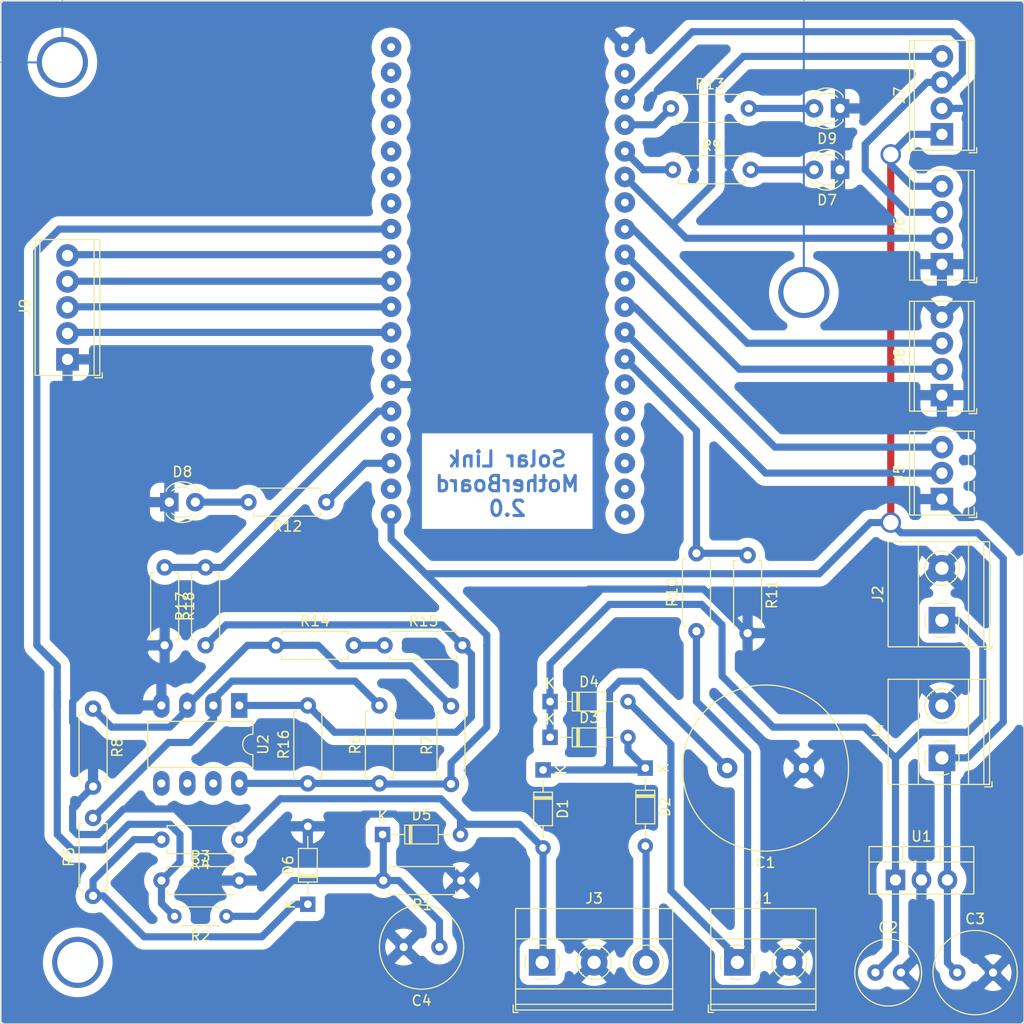
<source format=kicad_pcb>
(kicad_pcb (version 20221018) (generator pcbnew)
  (layers (0 "F.Cu" signal) (31 "B.Cu" signal) (34 "B.Paste" user) (35 "F.Paste" user) (36 "B.SilkS" user "B.Silkscreen") (37 "F.SilkS" user "F.Silkscreen") (38 "B.Mask" user) (39 "F.Mask" user) (44 "Edge.Cuts" user))
  (net 0 "")
  (net 1 "Bat 2")
  (net 2 "Net-(D1-K)")
  (net 3 "Fuente 12v")
  (net 4 "Fuente 5v")
  (net 5 "Net-(D5-K)")
  (net 6 "Trans 1")
  (net 7 "Bat 1")
  (net 8 "Trans 2")
  (net 9 "Net-(D6-K)")
  (net 10 "Net-(D7-A)")
  (net 11 "Net-(D8-A)")
  (net 12 "Net-(D9-A)")
  (net 18 "ESP9, I{slash}O")
  (net 19 "ESP11 I{slash}O")
  (net 20 "ESP1, ADC")
  (net 21 "ESP15")
  (net 22 "ESP14")
  (net 23 "ESP13")
  (net 24 "ESP12")
  (net 26 "ESP2")
  (net 28 "ESP10 I{slash}O")
  (net 31 "ESP6, SCL")
  (net 32 "ESP5, SDA")
  (net 34 "ESP4, I{slash}O")
  (net 35 "ESP3, I{slash}O")
  (net 37 "ESP8, Tx")
  (net 38 "ESP7, Rx")
  (net 39 "ESP 12, ADC")
  (net 46 "Net-(U2--)")
  (net 47 "Net-(U2-+)")
  (net 48 "Net-(R14-Pad2)")
  (net 51 "Net-(R15-Pad2)")
  (footprint "Capacitor_THT:C_Radial_D16.0mm_H25.0mm_P7.50mm" (layer "F.Cu") (at 220.5 128 180)
    (fp_text reference "C1" (at 3.75 -9.25) (layer "F.SilkS"))
    (fp_text value "2200uF")
    (pad "1" thru_hole circle (at 0 0 180) (size 2 2) (drill 1) (layers "*.Cu" "*.Mask") (net 1 "Bat 2"))
    (pad "2" thru_hole circle (at 7.5 0 180) (size 2 2) (drill 1) (layers "*.Cu" "*.Mask") (net 2 "Net-(D1-K)"))
  )
  (footprint "TerminalBlock_Phoenix:TerminalBlock_Phoenix_MPT-0,5-5-2.54_1x05_P2.54mm_Horizontal" (layer "F.Cu") (at 148.5 88.04 90)
    (fp_text reference "J9" (at 5.08 -4.16 90) (layer "F.SilkS"))
    (fp_text value "Auxiliares")
    (pad "1" thru_hole rect (at 0 0 90) (size 2.2 2.2) (drill 1.1) (layers "*.Cu" "*.Mask") (net 1 "Bat 2"))
    (pad "2" thru_hole circle (at 2.54 0 90) (size 2.2 2.2) (drill 1.1) (layers "*.Cu" "*.Mask") (net 24 "ESP12"))
    (pad "3" thru_hole circle (at 5.08 0 90) (size 2.2 2.2) (drill 1.1) (layers "*.Cu" "*.Mask") (net 23 "ESP13"))
    (pad "4" thru_hole circle (at 7.62 0 90) (size 2.2 2.2) (drill 1.1) (layers "*.Cu" "*.Mask") (net 22 "ESP14"))
    (pad "5" thru_hole circle (at 10.16 0 90) (size 2.2 2.2) (drill 1.1) (layers "*.Cu" "*.Mask") (net 21 "ESP15"))
  )
  (footprint "Resistor_THT:R_Axial_DIN0207_L6.3mm_D2.5mm_P7.62mm_Horizontal" (layer "F.Cu") (at 179.5 116)
    (fp_text reference "R15" (at 3.81 -2.37) (layer "F.SilkS"))
    (fp_text value "10M")
    (pad "1" thru_hole circle (at 0 0) (size 1.6 1.6) (drill 0.8) (layers "*.Cu" "*.Mask") (net 48 "Net-(R14-Pad2)"))
    (pad "2" thru_hole oval (at 7.62 0) (size 1.6 1.6) (drill 0.8) (layers "*.Cu" "*.Mask") (net 51 "Net-(R15-Pad2)"))
  )
  (footprint "Resistor_THT:R_Axial_DIN0207_L6.3mm_D2.5mm_P7.62mm_Horizontal" (layer "F.Cu") (at 151 122.19 -90)
    (fp_text reference "R8" (at 3.81 -2.37 90) (layer "F.SilkS"))
    (fp_text value "10k")
    (pad "1" thru_hole circle (at 0 0 270) (size 1.6 1.6) (drill 0.8) (layers "*.Cu" "*.Mask") (net 47 "Net-(U2-+)"))
    (pad "2" thru_hole oval (at 7.62 0 270) (size 1.6 1.6) (drill 0.8) (layers "*.Cu" "*.Mask") (net 1 "Bat 2"))
  )
  (footprint "Diode_THT:D_DO-34_SOD68_P7.62mm_Horizontal" (layer "F.Cu") (at 205 128 -90)
    (fp_text reference "D2" (at 3.81 -1.92 90) (layer "F.SilkS"))
    (fp_text value "D")
    (fp_text user "K" (at 0 -1.75 90) (layer "F.SilkS"))
    (pad "1" thru_hole rect (at 0 0 270) (size 1.5 1.5) (drill 0.75) (layers "*.Cu" "*.Mask") (net 2 "Net-(D1-K)"))
    (pad "2" thru_hole oval (at 7.62 0 270) (size 1.5 1.5) (drill 0.75) (layers "*.Cu" "*.Mask") (net 8 "Trans 2"))
  )
  (footprint "Resistor_THT:R_Axial_DIN0207_L6.3mm_D2.5mm_P7.62mm_Horizontal" (layer "F.Cu") (at 158 108.38 -90)
    (fp_text reference "R18" (at 3.81 -2.37 90) (layer "F.SilkS"))
    (fp_text value "150k")
    (pad "1" thru_hole circle (at 0 0 270) (size 1.6 1.6) (drill 0.8) (layers "*.Cu" "*.Mask") (net 26 "ESP2"))
    (pad "2" thru_hole oval (at 7.62 0 270) (size 1.6 1.6) (drill 0.8) (layers "*.Cu" "*.Mask") (net 1 "Bat 2"))
  )
  (footprint "LED_THT:LED_D3.0mm" (layer "F.Cu") (at 224.04 63.5 180)
    (fp_text reference "D9" (at 1.27 -2.96) (layer "F.SilkS"))
    (fp_text value "Verde")
    (pad "1" thru_hole rect (at 0 0 180) (size 1.8 1.8) (drill 0.9) (layers "*.Cu" "*.Mask") (net 1 "Bat 2"))
    (pad "2" thru_hole circle (at 2.54 0 180) (size 1.8 1.8) (drill 0.9) (layers "*.Cu" "*.Mask") (net 12 "Net-(D9-A)"))
  )
  (footprint "Resistor_THT:R_Axial_DIN0207_L6.3mm_D2.5mm_P7.62mm_Horizontal" (layer "F.Cu") (at 179 129.5 90)
    (fp_text reference "R6" (at 3.81 -2.37 90) (layer "F.SilkS"))
    (fp_text value "100k")
    (pad "1" thru_hole circle (at 0 0 90) (size 1.6 1.6) (drill 0.8) (layers "*.Cu" "*.Mask") (net 4 "Fuente 5v"))
    (pad "2" thru_hole oval (at 7.62 0 90) (size 1.6 1.6) (drill 0.8) (layers "*.Cu" "*.Mask") (net 46 "Net-(U2--)"))
  )
  (footprint "Package_DIP:DIP-8_W7.62mm_LongPads" (layer "F.Cu") (at 165.3 121.88 -90)
    (fp_text reference "U2" (at 3.81 -2.33 90) (layer "F.SilkS"))
    (fp_text value "AD8603")
    (pad "1" thru_hole rect (at 0 0 270) (size 2.4 1.6) (drill 0.8) (layers "*.Cu" "*.Mask") (net 51 "Net-(R15-Pad2)"))
    (pad "2" thru_hole oval (at 0 2.54 270) (size 2.4 1.6) (drill 0.8) (layers "*.Cu" "*.Mask") (net 46 "Net-(U2--)"))
    (pad "3" thru_hole oval (at 0 5.08 270) (size 2.4 1.6) (drill 0.8) (layers "*.Cu" "*.Mask") (net 47 "Net-(U2-+)"))
    (pad "4" thru_hole oval (at 0 7.62 270) (size 2.4 1.6) (drill 0.8) (layers "*.Cu" "*.Mask") (net 1 "Bat 2"))
    (pad "5" thru_hole oval (at 7.62 7.62 270) (size 2.4 1.6) (drill 0.8) (layers "*.Cu" "*.Mask"))
    (pad "6" thru_hole oval (at 7.62 5.08 270) (size 2.4 1.6) (drill 0.8) (layers "*.Cu" "*.Mask"))
    (pad "7" thru_hole oval (at 7.62 2.54 270) (size 2.4 1.6) (drill 0.8) (layers "*.Cu" "*.Mask"))
    (pad "8" thru_hole oval (at 7.62 0 270) (size 2.4 1.6) (drill 0.8) (layers "*.Cu" "*.Mask") (net 4 "Fuente 5v"))
  )
  (footprint "Package_TO_SOT_THT:TO-220-3_Vertical" (layer "F.Cu") (at 229.46 138.945)
    (fp_text reference "U1" (at 2.54 -4.27) (layer "F.SilkS"))
    (fp_text value "LM7805_TO220")
    (pad "1" thru_hole rect (at 0 0) (size 1.905 2) (drill 1.1) (layers "*.Cu" "*.Mask") (net 3 "Fuente 12v"))
    (pad "2" thru_hole oval (at 2.54 0) (size 1.905 2) (drill 1.1) (layers "*.Cu" "*.Mask") (net 1 "Bat 2"))
    (pad "3" thru_hole oval (at 5.08 0) (size 1.905 2) (drill 1.1) (layers "*.Cu" "*.Mask") (net 4 "Fuente 5v"))
  )
  (footprint "TerminalBlock_Phoenix:TerminalBlock_Phoenix_MPT-0,5-4-2.54_1x04_P2.54mm_Horizontal" (layer "F.Cu") (at 234 78.735 90)
    (fp_text reference "J6" (at 3.81 -4.16 90) (layer "F.SilkS"))
    (fp_text value "LCD")
    (pad "1" thru_hole rect (at 0 0 90) (size 2.2 2.2) (drill 1.1) (layers "*.Cu" "*.Mask") (net 1 "Bat 2"))
    (pad "2" thru_hole circle (at 2.54 0 90) (size 2.2 2.2) (drill 1.1) (layers "*.Cu" "*.Mask") (net 32 "ESP5, SDA"))
    (pad "3" thru_hole circle (at 5.08 0 90) (size 2.2 2.2) (drill 1.1) (layers "*.Cu" "*.Mask") (net 31 "ESP6, SCL"))
    (pad "4" thru_hole circle (at 7.62 0 90) (size 2.2 2.2) (drill 1.1) (layers "*.Cu" "*.Mask") (net 4 "Fuente 5v"))
  )
  (footprint "Diode_THT:D_DO-34_SOD68_P7.62mm_Horizontal" (layer "F.Cu") (at 179.305 134.5)
    (fp_text reference "D5" (at 3.81 -1.92) (layer "F.SilkS"))
    (fp_text value "D")
    (fp_text user "K" (at 0 -1.75) (layer "F.SilkS"))
    (pad "1" thru_hole rect (at 0 0) (size 1.5 1.5) (drill 0.75) (layers "*.Cu" "*.Mask") (net 5 "Net-(D5-K)"))
    (pad "2" thru_hole oval (at 7.62 0) (size 1.5 1.5) (drill 0.75) (layers "*.Cu" "*.Mask") (net 6 "Trans 1"))
  )
  (footprint "Resistor_THT:R_Axial_DIN0207_L6.3mm_D2.5mm_P7.62mm_Horizontal" (layer "F.Cu") (at 207.69 69.5)
    (fp_text reference "R9" (at 3.81 -2.37) (layer "F.SilkS"))
    (fp_text value "220")
    (pad "1" thru_hole circle (at 0 0) (size 1.6 1.6) (drill 0.8) (layers "*.Cu" "*.Mask") (net 18 "ESP9, I{slash}O"))
    (pad "2" thru_hole oval (at 7.62 0) (size 1.6 1.6) (drill 0.8) (layers "*.Cu" "*.Mask") (net 10 "Net-(D7-A)"))
  )
  (footprint "Resistor_THT:R_Axial_DIN0207_L6.3mm_D2.5mm_P7.62mm_Horizontal" (layer "F.Cu") (at 157.69 139)
    (fp_text reference "R3" (at 3.81 -2.37) (layer "F.SilkS"))
    (fp_text value "10k")
    (pad "1" thru_hole circle (at 0 0) (size 1.6 1.6) (drill 0.8) (layers "*.Cu" "*.Mask") (net 20 "ESP1, ADC"))
    (pad "2" thru_hole oval (at 7.62 0) (size 1.6 1.6) (drill 0.8) (layers "*.Cu" "*.Mask") (net 1 "Bat 2"))
  )
  (footprint "Resistor_THT:R_Axial_DIN0207_L6.3mm_D2.5mm_P7.62mm_Horizontal" (layer "F.Cu") (at 162 116 90)
    (fp_text reference "R17" (at 3.81 -2.37 90) (layer "F.SilkS"))
    (fp_text value "100k")
    (pad "1" thru_hole circle (at 0 0 90) (size 1.6 1.6) (drill 0.8) (layers "*.Cu" "*.Mask") (net 51 "Net-(R15-Pad2)"))
    (pad "2" thru_hole oval (at 7.62 0 90) (size 1.6 1.6) (drill 0.8) (layers "*.Cu" "*.Mask") (net 26 "ESP2"))
  )
  (footprint "TerminalBlock_Phoenix:TerminalBlock_Phoenix_MKDS-1,5-2-5.08_1x02_P5.08mm_Horizontal" (layer "F.Cu") (at 214 147)
    (fp_text reference "J1" (at 2.54 -6.26) (layer "F.SilkS"))
    (fp_text value "Bateria")
    (pad "1" thru_hole rect (at 0 0) (size 2.6 2.6) (drill 1.3) (layers "*.Cu" "*.Mask") (net 7 "Bat 1"))
    (pad "2" thru_hole circle (at 5.08 0) (size 2.6 2.6) (drill 1.3) (layers "*.Cu" "*.Mask") (net 1 "Bat 2"))
  )
  (footprint "TerminalBlock_Phoenix:TerminalBlock_Phoenix_MKDS-1,5-2-5.08_1x02_P5.08mm_Horizontal" (layer "F.Cu") (at 234 127 90)
    (fp_text reference "J4" (at 2.54 -6.26 90) (layer "F.SilkS"))
    (fp_text value "Salida 5v")
    (pad "1" thru_hole rect (at 0 0 90) (size 2.6 2.6) (drill 1.3) (layers "*.Cu" "*.Mask") (net 4 "Fuente 5v"))
    (pad "2" thru_hole circle (at 5.08 0 90) (size 2.6 2.6) (drill 1.3) (layers "*.Cu" "*.Mask") (net 1 "Bat 2"))
  )
  (footprint "Resistor_THT:R_Axial_DIN0207_L6.3mm_D2.5mm_P7.62mm_Horizontal" (layer "F.Cu") (at 207.5 63.5)
    (fp_text reference "R13" (at 3.81 -2.37) (layer "F.SilkS"))
    (fp_text value "220")
    (pad "1" thru_hole circle (at 0 0) (size 1.6 1.6) (drill 0.8) (layers "*.Cu" "*.Mask") (net 19 "ESP11 I{slash}O"))
    (pad "2" thru_hole oval (at 7.62 0) (size 1.6 1.6) (drill 0.8) (layers "*.Cu" "*.Mask") (net 12 "Net-(D9-A)"))
  )
  (footprint "Resistor_THT:R_Axial_DIN0207_L6.3mm_D2.5mm_P7.62mm_Horizontal" (layer "F.Cu") (at 172 129.5 90)
    (fp_text reference "R16" (at 3.81 -2.37 90) (layer "F.SilkS"))
    (fp_text value "5,1k")
    (pad "1" thru_hole circle (at 0 0 90) (size 1.6 1.6) (drill 0.8) (layers "*.Cu" "*.Mask") (net 4 "Fuente 5v"))
    (pad "2" thru_hole oval (at 7.62 0 90) (size 1.6 1.6) (drill 0.8) (layers "*.Cu" "*.Mask") (net 51 "Net-(R15-Pad2)"))
  )
  (footprint "Resistor_THT:R_Axial_DIN0207_L6.3mm_D2.5mm_P7.62mm_Horizontal" (layer "F.Cu") (at 186 129.56 90)
    (fp_text reference "R7" (at 3.81 -2.37 90) (layer "F.SilkS"))
    (fp_text value "100k")
    (pad "1" thru_hole circle (at 0 0 90) (size 1.6 1.6) (drill 0.8) (layers "*.Cu" "*.Mask") (net 4 "Fuente 5v"))
    (pad "2" thru_hole oval (at 7.62 0 90) (size 1.6 1.6) (drill 0.8) (layers "*.Cu" "*.Mask") (net 47 "Net-(U2-+)"))
  )
  (footprint "Diode_THT:D_DO-34_SOD68_P7.62mm_Horizontal" (layer "F.Cu") (at 195.685 125)
    (fp_text reference "D3" (at 3.81 -1.92) (layer "F.SilkS"))
    (fp_text value "D")
    (fp_text user "K" (at 0 -1.75) (layer "F.SilkS"))
    (pad "1" thru_hole rect (at 0 0) (size 1.5 1.5) (drill 0.75) (layers "*.Cu" "*.Mask") (net 3 "Fuente 12v"))
    (pad "2" thru_hole oval (at 7.62 0) (size 1.5 1.5) (drill 0.75) (layers "*.Cu" "*.Mask") (net 2 "Net-(D1-K)"))
  )
  (footprint "Diode_THT:D_DO-34_SOD68_P7.62mm_Horizontal" (layer "F.Cu") (at 172 141.315 90)
    (fp_text reference "D6" (at 3.81 -1.92 90) (layer "F.SilkS"))
    (fp_text value "1N914")
    (fp_text user "K" (at 0 -1.75 90) (layer "F.SilkS"))
    (pad "1" thru_hole rect (at 0 0 90) (size 1.5 1.5) (drill 0.75) (layers "*.Cu" "*.Mask") (net 9 "Net-(D6-K)"))
    (pad "2" thru_hole oval (at 7.62 0 90) (size 1.5 1.5) (drill 0.75) (layers "*.Cu" "*.Mask") (net 1 "Bat 2"))
  )
  (footprint "Resistor_THT:R_Axial_DIN0207_L6.3mm_D2.5mm_P7.62mm_Horizontal" (layer "F.Cu") (at 151 140.5 90)
    (fp_text reference "R5" (at 3.81 -2.37 90) (layer "F.SilkS"))
    (fp_text value "5,1k")
    (pad "1" thru_hole circle (at 0 0 90) (size 1.6 1.6) (drill 0.8) (layers "*.Cu" "*.Mask") (net 9 "Net-(D6-K)"))
    (pad "2" thru_hole oval (at 7.62 0 90) (size 1.6 1.6) (drill 0.8) (layers "*.Cu" "*.Mask") (net 46 "Net-(U2--)"))
  )
  (footprint "Resistor_THT:R_Axial_DIN0207_L6.3mm_D2.5mm_P7.62mm_Horizontal" (layer "F.Cu") (at 168.88 116)
    (fp_text reference "R14" (at 3.81 -2.37) (layer "F.SilkS"))
    (fp_text value "10M")
    (pad "1" thru_hole circle (at 0 0) (size 1.6 1.6) (drill 0.8) (layers "*.Cu" "*.Mask") (net 47 "Net-(U2-+)"))
    (pad "2" thru_hole oval (at 7.62 0) (size 1.6 1.6) (drill 0.8) (layers "*.Cu" "*.Mask") (net 48 "Net-(R14-Pad2)"))
  )
  (footprint "TerminalBlock_Phoenix:TerminalBlock_Phoenix_MPT-0,5-3-2.54_1x03_P2.54mm_Horizontal" (layer "F.Cu") (at 234 101.7 90)
    (fp_text reference "J5" (at 2.54 -4.16 90) (layer "F.SilkS"))
    (fp_text value "Raspberry Pi")
    (pad "" np_thru_hole circle (at 0 2.54 90) (size 1.1 1.1) (drill 1.1) (layers "*.Cu" "*.Mask"))
    (pad "" np_thru_hole circle (at 2.54 2.54 90) (size 1.1 1.1) (drill 1.1) (layers "*.Cu" "*.Mask"))
    (pad "" np_thru_hole circle (at 5.08 2.54 90) (size 1.1 1.1) (drill 1.1) (layers "*.Cu" "*.Mask"))
    (pad "1" thru_hole rect (at 0 0 90) (size 2.2 2.2) (drill 1.1) (layers "*.Cu" "*.Mask") (net 1 "Bat 2"))
    (pad "2" thru_hole circle (at 2.54 0 90) (size 2.2 2.2) (drill 1.1) (layers "*.Cu" "*.Mask") (net 38 "ESP7, Rx"))
    (pad "3" thru_hole circle (at 5.08 0 90) (size 2.2 2.2) (drill 1.1) (layers "*.Cu" "*.Mask") (net 37 "ESP8, Tx"))
  )
  (footprint "Capacitor_THT:C_Radial_D8.0mm_H11.5mm_P3.50mm" (layer "F.Cu") (at 235.5 148)
    (fp_text reference "C3" (at 1.75 -5.25) (layer "F.SilkS"))
    (fp_text value "100u")
    (pad "1" thru_hole circle (at 0 0) (size 1.6 1.6) (drill 0.8) (layers "*.Cu" "*.Mask") (net 4 "Fuente 5v"))
    (pad "2" thru_hole circle (at 3.5 0) (size 1.6 1.6) (drill 0.8) (layers "*.Cu" "*.Mask") (net 1 "Bat 2"))
  )
  (footprint "Resistor_THT:R_Axial_DIN0207_L6.3mm_D2.5mm_P7.62mm_Horizontal" (layer "F.Cu") (at 187 139 180)
    (fp_text reference "R1" (at 3.81 -2.37) (layer "F.SilkS"))
    (fp_text value "10k")
    (pad "1" thru_hole circle (at 0 0 180) (size 1.6 1.6) (drill 0.8) (layers "*.Cu" "*.Mask") (net 1 "Bat 2"))
    (pad "2" thru_hole oval (at 7.62 0 180) (size 1.6 1.6) (drill 0.8) (layers "*.Cu" "*.Mask") (net 5 "Net-(D5-K)"))
  )
  (footprint "TerminalBlock_Phoenix:TerminalBlock_Phoenix_MKDS-1,5-3-5.08_1x03_P5.08mm_Horizontal" (layer "F.Cu") (at 194.915 147)
    (fp_text reference "J3" (at 5.08 -6.26) (layer "F.SilkS"))
    (fp_text value "Transformador")
    (pad "1" thru_hole rect (at 0 0) (size 2.6 2.6) (drill 1.3) (layers "*.Cu" "*.Mask") (net 6 "Trans 1"))
    (pad "2" thru_hole circle (at 5.08 0) (size 2.6 2.6) (drill 1.3) (layers "*.Cu" "*.Mask") (net 1 "Bat 2"))
    (pad "3" thru_hole circle (at 10.16 0) (size 2.6 2.6) (drill 1.3) (layers "*.Cu" "*.Mask") (net 8 "Trans 2"))
  )
  (footprint "TerminalBlock_Phoenix:TerminalBlock_Phoenix_MPT-0,5-4-2.54_1x04_P2.54mm_Horizontal" (layer "F.Cu") (at 234 91.54 90)
    (fp_text reference "J8" (at 3.81 -4.16 90) (layer "F.SilkS"))
    (fp_text value "Conmutacion")
    (pad "1" thru_hole rect locked (at 0 0 90) (size 2.2 2.2) (drill 1.1) (layers "*.Cu" "*.Mask") (net 1 "Bat 2"))
    (pad "2" thru_hole circle locked (at 2.54 0 90) (size 2.2 2.2) (drill 1.1) (layers "*.Cu" "*.Mask") (net 35 "ESP3, I{slash}O"))
    (pad "3" thru_hole circle locked (at 5.08 0 90) (size 2.2 2.2) (drill 1.1) (layers "*.Cu" "*.Mask") (net 34 "ESP4, I{slash}O"))
    (pad "4" thru_hole circle locked (at 7.62 0 90) (size 2.2 2.2) (drill 1.1) (layers "*.Cu" "*.Mask") (net 1 "Bat 2"))
  )
  (footprint "Resistor_THT:R_Axial_DIN0207_L6.3mm_D2.5mm_P7.62mm_Horizontal" (layer "F.Cu") (at 173.81 102 180)
    (fp_text reference "R12" (at 3.81 -2.37) (layer "F.SilkS"))
    (fp_text value "220")
    (pad "1" thru_hole circle (at 0 0 180) (size 1.6 1.6) (drill 0.8) (layers "*.Cu" "*.Mask") (net 28 "ESP10 I{slash}O"))
    (pad "2" thru_hole oval (at 7.62 0 180) (size 1.6 1.6) (drill 0.8) (layers "*.Cu" "*.Mask") (net 11 "Net-(D8-A)"))
  )
  (footprint "Resistor_THT:R_Axial_DIN0204_L3.6mm_D1.6mm_P5.08mm_Horizontal" (layer "F.Cu") (at 164.04 142.5 180)
    (fp_text reference "R2" (at 2.54 -1.92) (layer "F.SilkS"))
    (fp_text value "220k")
    (pad "1" thru_hole circle (at 0 0 180) (size 1.4 1.4) (drill 0.7) (layers "*.Cu" "*.Mask") (net 5 "Net-(D5-K)"))
    (pad "2" thru_hole oval (at 5.08 0 180) (size 1.4 1.4) (drill 0.7) (layers "*.Cu" "*.Mask") (net 20 "ESP1, ADC"))
  )
  (footprint "Capacitor_THT:C_Radial_D8.0mm_H11.5mm_P3.50mm" (layer "F.Cu") (at 184.87 145.5 180)
    (fp_text reference "C4" (at 1.75 -5.25) (layer "F.SilkS"))
    (fp_text value "100u")
    (pad "1" thru_hole circle (at 0 0 180) (size 1.6 1.6) (drill 0.8) (layers "*.Cu" "*.Mask") (net 5 "Net-(D5-K)"))
    (pad "2" thru_hole circle (at 3.5 0 180) (size 1.6 1.6) (drill 0.8) (layers "*.Cu" "*.Mask") (net 1 "Bat 2"))
  )
  (footprint "Resistor_THT:R_Axial_DIN0207_L6.3mm_D2.5mm_P7.62mm_Horizontal" (layer "F.Cu") (at 165.31 135 180)
    (fp_text reference "R4" (at 3.81 -2.37) (layer "F.SilkS"))
    (fp_text value "5,1k")
    (pad "1" thru_hole circle (at 0 0 180) (size 1.6 1.6) (drill 0.8) (layers "*.Cu" "*.Mask") (net 6 "Trans 1"))
    (pad "2" thru_hole oval (at 7.62 0 180) (size 1.6 1.6) (drill 0.8) (layers "*.Cu" "*.Mask") (net 9 "Net-(D6-K)"))
  )
  (footprint "TerminalBlock_Phoenix:TerminalBlock_Phoenix_MPT-0,5-4-2.54_1x04_P2.54mm_Horizontal" (layer "F.Cu") (at 234 66.035 90)
    (fp_text reference "J7" (at 3.81 -4.16 90) (layer "F.SilkS"))
    (fp_text value "Corriente")
    (pad "1" thru_hole rect (at 0 0 90) (size 2.2 2.2) (drill 1.1) (layers "*.Cu" "*.Mask") (net 4 "Fuente 5v"))
    (pad "2" thru_hole circle (at 2.54 0 90) (size 2.2 2.2) (drill 1.1) (layers "*.Cu" "*.Mask") (net 1 "Bat 2"))
    (pad "3" thru_hole circle (at 5.08 0 90) (size 2.2 2.2) (drill 1.1) (layers "*.Cu" "*.Mask") (net 31 "ESP6, SCL"))
    (pad "4" thru_hole circle (at 7.62 0 90) (size 2.2 2.2) (drill 1.1) (layers "*.Cu" "*.Mask") (net 32 "ESP5, SDA"))
  )
  (footprint "LED_THT:LED_D3.0mm" (layer "F.Cu") (at 158.46 102)
    (fp_text reference "D8" (at 1.27 -2.96) (layer "F.SilkS"))
    (fp_text value "Ama")
    (pad "1" thru_hole rect (at 0 0) (size 1.8 1.8) (drill 0.9) (layers "*.Cu" "*.Mask") (net 1 "Bat 2"))
    (pad "2" thru_hole circle (at 2.54 0) (size 1.8 1.8) (drill 0.9) (layers "*.Cu" "*.Mask") (net 11 "Net-(D8-A)"))
  )
  (footprint "Capacitor_THT:C_Radial_D6.3mm_H11.0mm_P2.50mm" (layer "F.Cu") (at 227.5 148)
    (fp_text reference "C2" (at 1.25 -4.4) (layer "F.SilkS"))
    (fp_text value "10u")
    (pad "1" thru_hole circle (at 0 0) (size 1.6 1.6) (drill 0.8) (layers "*.Cu" "*.Mask") (net 3 "Fuente 12v"))
    (pad "2" thru_hole circle (at 2.5 0) (size 1.6 1.6) (drill 0.8) (layers "*.Cu" "*.Mask") (net 1 "Bat 2"))
  )
  (footprint "Diode_THT:D_DO-34_SOD68_P7.62mm_Horizontal" (layer "F.Cu") (at 195.685 121.5)
    (fp_text reference "D4" (at 3.81 -1.92) (layer "F.SilkS"))
    (fp_text value "D")
    (fp_text user "K" (at 0 -1.75) (layer "F.SilkS"))
    (pad "1" thru_hole rect (at 0 0) (size 1.5 1.5) (drill 0.75) (layers "*.Cu" "*.Mask") (net 3 "Fuente 12v"))
    (pad "2" thru_hole oval (at 7.62 0) (size 1.5 1.5) (drill 0.75) (layers "*.Cu" "*.Mask") (net 7 "Bat 1"))
  )
  (footprint "TerminalBlock_Phoenix:TerminalBlock_Phoenix_MKDS-1,5-2-5.08_1x02_P5.08mm_Horizontal" (layer "F.Cu") (at 234 113.545 90)
    (fp_text reference "J2" (at 2.54 -6.26 90) (layer "F.SilkS"))
    (fp_text value "Salida 12V")
    (pad "1" thru_hole rect (at 0 0 90) (size 2.6 2.6) (drill 1.3) (layers "*.Cu" "*.Mask") (net 3 "Fuente 12v"))
    (pad "2" thru_hole circle (at 5.08 0 90) (size 2.6 2.6) (drill 1.3) (layers "*.Cu" "*.Mask") (net 1 "Bat 2"))
  )
  (footprint "Resistor_THT:R_Axial_DIN0207_L6.3mm_D2.5mm_P7.62mm_Horizontal" (layer "F.Cu") (at 210 114.62 90)
    (fp_text reference "R10" (at 3.81 -2.37 90) (layer "F.SilkS"))
    (fp_text value "100k")
    (pad "1" thru_hole circle (at 0 0 90) (size 1.6 1.6) (drill 0.8) (layers "*.Cu" "*.Mask") (net 7 "Bat 1"))
    (pad "2" thru_hole oval (at 7.62 0 90) (size 1.6 1.6) (drill 0.8) (layers "*.Cu" "*.Mask") (net 39 "ESP 12, ADC"))
  )
  (footprint "LED_THT:LED_D3.0mm" (layer "F.Cu") (at 224.04 69.5 180)
    (fp_text reference "D7" (at 1.27 -2.96) (layer "F.SilkS"))
    (fp_text value "Azul")
    (pad "1" thru_hole rect (at 0 0 180) (size 1.8 1.8) (drill 0.9) (layers "*.Cu" "*.Mask") (net 1 "Bat 2"))
    (pad "2" thru_hole circle (at 2.54 0 180) (size 1.8 1.8) (drill 0.9) (layers "*.Cu" "*.Mask") (net 10 "Net-(D7-A)"))
  )
  (footprint "Diode_THT:D_DO-34_SOD68_P7.62mm_Horizontal" (layer "F.Cu") (at 195 128.185 -90)
    (fp_text reference "D1" (at 3.81 -1.92 90) (layer "F.SilkS"))
    (fp_text value "D")
    (fp_text user "K" (at 0 -1.75 90) (layer "F.SilkS"))
    (pad "1" thru_hole rect (at 0 0 270) (size 1.5 1.5) (drill 0.75) (layers "*.Cu" "*.Mask") (net 2 "Net-(D1-K)"))
    (pad "2" thru_hole oval (at 7.62 0 270) (size 1.5 1.5) (drill 0.75) (layers "*.Cu" "*.Mask") (net 6 "Trans 1"))
  )
  (footprint "ESP32NodeMcu:ESP32 NODEMCU" (layer "F.Cu") (at 180.14 57.5)
    (fp_text reference "ESP1" hide)
    (fp_text value "~" hide)
    (pad "1" thru_hole circle (at 0 0) (size 2 2) (drill 0.762) (layers "*.Cu" "*.Mask"))
    (pad "2" thru_hole circle (at 0 2.5) (size 2 2) (drill 0.762) (layers "*.Cu" "*.Mask"))
    (pad "3" thru_hole circle (at 0 5) (size 2 2) (drill 0.762) (layers "*.Cu" "*.Mask"))
    (pad "4" thru_hole circle (at 0 7.6) (size 2 2) (drill 0.762) (layers "*.Cu" "*.Mask"))
    (pad "5" thru_hole circle (at 0 10.2) (size 2 2) (drill 0.762) (layers "*.Cu" "*.Mask"))
    (pad "6" thru_hole circle (at 0 12.7) (size 2 2) (drill 0.762) (layers "*.Cu" "*.Mask"))
    (pad "7" thru_hole circle (at 0 15.3) (size 2 2) (drill 0.762) (layers "*.Cu" "*.Mask"))
    (pad "8" thru_hole circle (at 0 17.8) (size 2 2) (drill 0.762) (layers "*.Cu" "*.Mask") (net 20 "ESP1, ADC"))
    (pad "9" thru_hole circle (at 0 20.3) (size 2 2) (drill 0.762) (layers "*.Cu" "*.Mask") (net 21 "ESP15"))
    (pad "10" thru_hole circle (at 0 22.9) (size 2 2) (drill 0.762) (layers "*.Cu" "*.Mask") (net 22 "ESP14"))
    (pad "11" thru_hole circle (at 0 25.4) (size 2 2) (drill 0.762) (layers "*.Cu" "*.Mask") (net 23 "ESP13"))
    (pad "12" thru_hole circle (at 0 27.9) (size 2 2) (drill 0.762) (layers "*.Cu" "*.Mask") (net 24 "ESP12"))
    (pad "13" thru_hole circle (at 0 30.5) (size 2 2) (drill 0.762) (layers "*.Cu" "*.Mask"))
    (pad "14" thru_hole circle (at 0 33) (size 2 2) (drill 0.762) (layers "*.Cu" "*.Mask") (net 1 "Bat 2"))
    (pad "15" thru_hole circle (at 0 35.6) (size 2 2) (drill 0.762) (layers "*.Cu" "*.Mask") (net 26 "ESP2"))
    (pad "16" thru_hole circle (at 0 38.1) (size 2 2) (drill 0.762) (layers "*.Cu" "*.Mask"))
    (pad "17" thru_hole circle (at 0 40.7) (size 2 2) (drill 0.762) (layers "*.Cu" "*.Mask") (net 28 "ESP10 I{slash}O"))
    (pad "18" thru_hole circle (at 0 43.2) (size 2 2) (drill 0.762) (layers "*.Cu" "*.Mask"))
    (pad "19" thru_hole circle (at 0 45.7) (size 2 2) (drill 0.762) (layers "*.Cu" "*.Mask") (net 4 "Fuente 5v"))
    (pad "20" thru_hole circle (at 22.86 0) (size 2 2) (drill 0.762) (layers "*.Cu" "*.Mask") (net 1 "Bat 2"))
    (pad "21" thru_hole circle (at 22.86 2.6) (size 2 2) (drill 0.762) (layers "*.Cu" "*.Mask"))
    (pad "22" thru_hole circle (at 22.86 5.1) (size 2 2) (drill 0.762) (layers "*.Cu" "*.Mask") (net 31 "ESP6, SCL"))
    (pad "23" thru_hole circle (at 22.86 7.6) (size 2 2) (drill 0.762) (layers "*.Cu" "*.Mask") (net 19 "ESP11 I{slash}O"))
    (pad "24" thru_hole circle (at 22.86 10.2) (size 2 2) (drill 0.762) (layers "*.Cu" "*.Mask") (net 18 "ESP9, I{slash}O"))
    (pad "25" thru_hole circle (at 22.86 12.7) (size 2 2) (drill 0.762) (layers "*.Cu" "*.Mask") (net 32 "ESP5, SDA"))
    (pad "26" thru_hole circle (at 22.86 15.2) (size 2 2) (drill 0.762) (layers "*.Cu" "*.Mask"))
    (pad "27" thru_hole circle (at 22.86 17.8) (size 2 2) (drill 0.762) (layers "*.Cu" "*.Mask") (net 34 "ESP4, I{slash}O"))
    (pad "28" thru_hole circle (at 22.86 20.3) (size 2 2) (drill 0.762) (layers "*.Cu" "*.Mask") (net 35 "ESP3, I{slash}O"))
    (pad "29" thru_hole circle (at 22.86 22.9) (size 2 2) (drill 0.762) (layers "*.Cu" "*.Mask"))
    (pad "30" thru_hole circle (at 22.86 25.4) (size 2 2) (drill 0.762) (layers "*.Cu" "*.Mask") (net 37 "ESP8, Tx"))
    (pad "31" thru_hole circle (at 22.86 27.9) (size 2 2) (drill 0.762) (layers "*.Cu" "*.Mask") (net 38 "ESP7, Rx"))
    (pad "32" thru_hole circle (at 22.86 30.5) (size 2 2) (drill 0.762) (layers "*.Cu" "*.Mask") (net 39 "ESP 12, ADC"))
    (pad "33" thru_hole circle (at 22.86 33) (size 2 2) (drill 0.762) (layers "*.Cu" "*.Mask"))
    (pad "34" thru_hole circle (at 22.86 35.6) (size 2 2) (drill 0.762) (layers "*.Cu" "*.Mask"))
    (pad "35" thru_hole circle (at 22.86 38.1) (size 2 2) (drill 0.762) (layers "*.Cu" "*.Mask"))
    (pad "36" thru_hole circle (at 22.86 40.7) (size 2 2) (drill 0.762) (layers "*.Cu" "*.Mask"))
    (pad "37" thru_hole circle (at 22.86 43.2) (size 2 2) (drill 0.762) (layers "*.Cu" "*.Mask"))
    (pad "38" thru_hole circle (at 22.86 45.7) (size 2 2) (drill 0.762) (layers "*.Cu" "*.Mask"))
  )
  (footprint "Resistor_THT:R_Axial_DIN0207_L6.3mm_D2.5mm_P7.62mm_Horizontal" (layer "F.Cu") (at 215 107.19 -90)
    (fp_text reference "R11" (at 3.81 -2.37 90) (layer "F.SilkS"))
    (fp_text value "10k")
    (pad "1" thru_hole circle (at 0 0 270) (size 1.6 1.6) (drill 0.8) (layers "*.Cu" "*.Mask") (net 39 "ESP 12, ADC"))
    (pad "2" thru_hole oval (at 7.62 0 270) (size 1.6 1.6) (drill 0.8) (layers "*.Cu" "*.Mask") (net 1 "Bat 2"))
  )
  (gr_line (start 220.5 81.5) (end 220.5 53) (stroke (width 0.2)) (layer "B.Cu"))
  (gr_line (start 148 59) (end 148 53) (stroke (width 0.2)) (layer "B.Cu"))
  (gr_line (start 148 59) (end 142 59) (stroke (width 0.2)) (layer "B.Cu"))
  (gr_line (start 242 53) (end 142 53) (stroke (width 0.1)) (layer "Edge.Cuts"))
  (gr_line (start 142 53) (end 142 153) (stroke (width 0.1)) (layer "Edge.Cuts"))
  (gr_line (start 142 153) (end 242 153) (stroke (width 0.1)) (layer "Edge.Cuts"))
  (gr_line (start 242 153) (end 242 53) (stroke (width 0.1)) (layer "Edge.Cuts"))
  (gr_text "Solar Link\nMotherBoard\n2.0" (at 191.5 103.5) (layer "B.Cu") (effects (font (size 1.5 1.5) (thickness 0.3) bold) (justify bottom mirror)))
  (via (at 220.5 81.5) (size 5) (drill 4) (layers "F.Cu" "B.Cu") (net 0))
  (via (at 148 59) (size 5) (drill 4) (layers "F.Cu" "B.Cu") (net 0))
  (via (at 149.5 147) (size 5) (drill 4) (layers "F.Cu" "B.Cu") (net 0))
  (segment (start 238 91) (end 238 87.92) (width 0.7) (layer "B.Cu") (net 1))
  (segment (start 187 139) (end 189 141) (width 0.7) (layer "B.Cu") (net 1))
  (segment (start 189 141) (end 189 149) (width 0.7) (layer "B.Cu") (net 1))
  (segment (start 223.5 131) (end 220.5 128) (width 0.7) (layer "B.Cu") (net 1))
  (segment (start 219.08 147) (end 223.5 142.58) (width 0.7) (layer "B.Cu") (net 1))
  (segment (start 149 131.81) (end 149 134) (width 0.7) (layer "B.Cu") (net 1))
  (segment (start 238 56) (end 238 65) (width 0.7) (layer "B.Cu") (net 1))
  (segment (start 192.5 117.5) (end 199.5 110.5) (width 0.7) (layer "B.Cu") (net 1))
  (segment (start 237.505 63.495) (end 238 63.99) (width 0.7) (layer "B.Cu") (net 1))
  (segment (start 223.5 142.58) (end 223.5 131) (width 0.7) (layer "B.Cu") (net 1))
  (segment (start 233 148.5) (end 234.5 150) (width 0.7) (layer "B.Cu") (net 1))
  (segment (start 199.5 110.5) (end 210.69 110.5) (width 0.7) (layer "B.Cu") (net 1))
  (segment (start 196.995 150) (end 190 150) (width 0.7) (layer "B.Cu") (net 1))
  (segment (start 163 139) (end 165.31 139) (width 0.7) (layer "B.Cu") (net 1))
  (segment (start 237.46 91.54) (end 238 91) (width 0.7) (layer "B.Cu") (net 1))
  (segment (start 149 121.5) (end 150.5 120) (width 0.7) (layer "B.Cu") (net 1))
  (segment (start 157.68 121.88) (end 155.38 121.88) (width 0.7) (layer "B.Cu") (net 1))
  (segment (start 156.5 116) (end 154.5 118) (width 0.7) (layer "B.Cu") (net 1))
  (segment (start 177.5 132.5) (end 176.305 133.695) (width 0.7) (layer "B.Cu") (net 1))
  (segment (start 238 65) (end 238 75) (width 0.7) (layer "B.Cu") (net 1))
  (segment (start 234 101.7) (end 235.8 103.5) (width 0.7) (layer "B.Cu") (net 1))
  (segment (start 237 150) (end 239 148) (width 0.7) (layer "B.Cu") (net 1))
  (segment (start 148.5 96) (end 149.75 97.25) (width 0.7) (layer "B.Cu") (net 1))
  (segment (start 238 80) (end 238 79) (width 0.7) (layer "B.Cu") (net 1))
  (segment (start 154.5 102) (end 149.75 97.25) (width 0.7) (layer "B.Cu") (net 1))
  (segment (start 154.5 119) (end 154.5 118) (width 0.7) (layer "B.Cu") (net 1))
  (segment (start 216.08 150) (end 202.995 150) (width 0.7) (layer "B.Cu") (net 1))
  (segment (start 190 150) (end 189 150) (width 0.7) (layer "B.Cu") (net 1))
  (segment (start 154 132) (end 159 132) (width 0.7) (layer "B.Cu") (net 1))
  (segment (start 185.87 150) (end 181.37 145.5) (width 0.7) (layer "B.Cu") (net 1))
  (segment (start 155.38 121.88) (end 154.5 121) (width 0.7) (layer "B.Cu") (net 1))
  (segment (start 235.92 82) (end 236 82) (width 0.7) (layer "B.Cu") (net 1))
  (segment (start 226 114.81) (end 219.47 114.81) (width 0.7) (layer "B.Cu") (net 1))
  (segment (start 232 146) (end 233 147) (width 0.7) (layer "B.Cu") (net 1))
  (segment (start 189 149) (end 190 150) (width 0.7) (layer "B.Cu") (net 1))
  (segment (start 206 54.5) (end 236.5 54.5) (width 0.7) (layer "B.Cu") (net 1))
  (segment (start 154.5 102) (end 154.5 118) (width 0.7) (layer "B.Cu") (net 1))
  (segment (start 161 137) (end 163 139) (width 0.7) (layer "B.Cu") (net 1))
  (segment (start 199.995 147) (end 202 144.995) (width 0.7) (layer "B.Cu") (net 1))
  (segment (start 169.5 137) (end 167.5 139) (width 0.7) (layer "B.Cu") (net 1))
  (segment (start 235.8 103.5) (end 237 103.5) (width 0.7) (layer "B.Cu") (net 1))
  (segment (start 151 129.81) (end 151 125.5) (width 0.7) (layer "B.Cu") (net 1))
  (segment (start 238 102.5) (end 238 95.54) (width 0.7) (layer "B.Cu") (net 1))
  (segment (start 234 121.92) (end 226.89 114.81) (width 0.7) (layer "B.Cu") (net 1))
  (segment (start 159 132) (end 161 134) (width 0.7) (layer "B.Cu") (net 1))
  (segment (start 203 57.5) (end 206 54.5) (width 0.7) (layer "B.Cu") (net 1))
  (segment (start 169.5 134) (end 169.5 137) (width 0.7) (layer "B.Cu") (net 1))
  (segment (start 238 79) (end 238 75) (width 0.7) (layer "B.Cu") (net 1))
  (segment (start 238 95.54) (end 238 91) (width 0.7) (layer "B.Cu") (net 1))
  (segment (start 169.805 133.695) (end 169.5 134) (width 0.7) (layer "B.Cu") (net 1))
  (segment (start 202 144.995) (end 202 138.5) (width 0.7) (layer "B.Cu") (net 1))
  (segment (start 187 139) (end 180.5 132.5) (width 0.7) (layer "B.Cu") (net 1))
  (segment (start 192.5 129) (end 192.5 117.5) (width 0.7) (layer "B.Cu") (net 1))
  (segment (start 232 146) (end 230 148) (width 0.7) (layer "B.Cu") (net 1))
  (segment (start 189 150) (end 185.87 150) (width 0.7) (layer "B.Cu") (net 1))
  (segment (start 151.5 134.5) (end 154 132) (width 0.7) (layer "B.Cu") (net 1))
  (segment (start 151 129.81) (end 149 131.81) (width 0.7) (layer "B.Cu") (net 1))
  (segment (start 232 138.945) (end 232 146) (width 0.7) (layer "B.Cu") (net 1))
  (segment (start 237 103.5) (end 238 102.5) (width 0.7) (layer "B.Cu") (net 1))
  (segment (start 202 138.5) (end 192.5 129) (width 0.7) (layer "B.Cu") (net 1))
  (segment (start 222.08 150) (end 234.5 150) (width 0.7) (layer "B.Cu") (net 1))
  (segment (start 219.08 147) (end 222.08 150) (width 0.7) (layer "B.Cu") (net 1))
  (segment (start 215 114.81) (end 219.47 114.81) (width 0.7) (layer "B.Cu") (net 1))
  (segment (start 199.995 147) (end 196.995 150) (width 0.7) (layer "B.Cu") (net 1))
  (segment (start 238 87.92) (end 238 80) (width 0.7) (layer "B.Cu") (net 1))
  (segment (start 151 125.5) (end 149 123.5) (width 0.7) (layer "B.Cu") (net 1))
  (segment (start 148.5 88.04) (end 148.5 96) (width 0.7) (layer "B.Cu") (net 1))
  (segment (start 236 82) (end 238 80) (width 0.7) (layer "B.Cu") (net 1))
  (segment (start 149 134) (end 149.5 134.5) (width 0.7) (layer "B.Cu") (net 1))
  (segment (start 158 116) (end 156.5 116) (width 0.7) (layer "B.Cu") (net 1))
  (segment (start 233 147) (end 233 148.5) (width 0.7) (layer "B.Cu") (net 1))
  (segment (start 234 83.92) (end 235.92 82) (width 0.7) (layer "B.Cu") (net 1))
  (segment (start 238 63.99) (end 238 65) (width 0.7) (layer "B.Cu") (net 1))
  (segment (start 226.89 114.81) (end 226 114.81) (width 0.7) (layer "B.Cu") (net 1))
  (segment (start 176.305 133.695) (end 172 133.695) (width 0.7) (layer "B.Cu") (net 1))
  (segment (start 234 63.495) (end 237.505 63.495) (width 0.7) (layer "B.Cu") (net 1))
  (segment (start 180.14 90.5) (end 183.5 90.5) (width 0.7) (layer "B.Cu") (net 1))
  (segment (start 210.69 110.5) (end 215 114.81) (width 0.7) (layer "B.Cu") (net 1))
  (segment (start 202.995 150) (end 199.995 147) (width 0.7) (layer "B.Cu") (net 1))
  (segment (start 233.235 108.465) (end 226.89 114.81) (width 0.7) (layer "B.Cu") (net 1))
  (segment (start 161 134) (end 161 137) (width 0.7) (layer "B.Cu") (net 1))
  (segment (start 237.735 78.735) (end 238 79) (width 0.7) (layer "B.Cu") (net 1))
  (segment (start 234 78.735) (end 237.735 78.735) (width 0.7) (layer "B.Cu") (net 1))
  (segment (start 236.5 54.5) (end 238 56) (width 0.7) (layer "B.Cu") (net 1))
  (segment (start 172 133.695) (end 169.805 133.695) (width 0.7) (layer "B.Cu") (net 1))
  (segment (start 150.5 120) (end 153.5 120) (width 0.7) (layer "B.Cu") (net 1))
  (segment (start 219.08 147) (end 216.08 150) (width 0.7) (layer "B.Cu") (net 1))
  (segment (start 234 91.54) (end 237.46 91.54) (width 0.7) (layer "B.Cu") (net 1))
  (segment (start 158.46 102) (end 154.5 102) (width 0.7) (layer "B.Cu") (net 1))
  (segment (start 153.5 120) (end 154.5 119) (width 0.7) (layer "B.Cu") (net 1))
  (segment (start 154.5 121) (end 154.5 119) (width 0.7) (layer "B.Cu") (net 1))
  (segment (start 149.75 97.25) (end 149.04 96.54) (width 0.7) (layer "B.Cu") (net 1))
  (segment (start 180.5 132.5) (end 177.5 132.5) (width 0.7) (layer "B.Cu") (net 1))
  (segment (start 149.5 134.5) (end 151.5 134.5) (width 0.7) (layer "B.Cu") (net 1))
  (segment (start 234 108.465) (end 233.235 108.465) (width 0.7) (layer "B.Cu") (net 1))
  (segment (start 234.5 150) (end 237 150) (width 0.7) (layer "B.Cu") (net 1))
  (segment (start 149 123.5) (end 149 121.5) (width 0.7) (layer "B.Cu") (net 1))
  (segment (start 167.5 139) (end 165.31 139) (width 0.7) (layer "B.Cu") (net 1))
  (segment (start 201.5 127.685) (end 201 128.185) (width 0.7) (layer "B.Cu") (net 2))
  (segment (start 203.305 126.305) (end 205 128) (width 0.7) (layer "B.Cu") (net 2))
  (segment (start 202.5 119.5) (end 201.5 120.5) (width 0.7) (layer "B.Cu") (net 2))
  (segment (start 201 128.185) (end 204.815 128.185) (width 0.7) (layer "B.Cu") (net 2))
  (segment (start 213 128) (end 204.5 119.5) (width 0.7) (layer "B.Cu") (net 2))
  (segment (start 204.815 128.185) (end 205 128) (width 0.7) (layer "B.Cu") (net 2))
  (segment (start 195 128.185) (end 201 128.185) (width 0.7) (layer "B.Cu") (net 2))
  (segment (start 203.305 125) (end 203.305 126.305) (width 0.7) (layer "B.Cu") (net 2))
  (segment (start 201.5 120.5) (end 201.5 127.685) (width 0.7) (layer "B.Cu") (net 2))
  (segment (start 204.5 119.5) (end 202.5 119.5) (width 0.7) (layer "B.Cu") (net 2))
  (segment (start 235.545 113.545) (end 234 113.545) (width 0.7) (layer "B.Cu") (net 3))
  (segment (start 217.5 124) (end 226.42 124) (width 0.7) (layer "B.Cu") (net 3))
  (segment (start 201.5 112) (end 210.5 112) (width 0.7) (layer "B.Cu") (net 3))
  (segment (start 229.46 127.04) (end 232 124.5) (width 0.7) (layer "B.Cu") (net 3))
  (segment (start 195.685 117.815) (end 201.5 112) (width 0.7) (layer "B.Cu") (net 3))
  (segment (start 232 124.5) (end 236.5 124.5) (width 0.7) (layer "B.Cu") (net 3))
  (segment (start 238 123) (end 238 116) (width 0.7) (layer "B.Cu") (net 3))
  (segment (start 226.42 124) (end 229.46 127.04) (width 0.7) (layer "B.Cu") (net 3))
  (segment (start 236.5 124.5) (end 238 123) (width 0.7) (layer "B.Cu") (net 3))
  (segment (start 238 116) (end 235.545 113.545) (width 0.7) (layer "B.Cu") (net 3))
  (segment (start 229.46 146.04) (end 227.5 148) (width 0.7) (layer "B.Cu") (net 3))
  (segment (start 229.46 138.945) (end 229.46 146.04) (width 0.7) (layer "B.Cu") (net 3))
  (segment (start 195.685 125) (end 195.685 121.5) (width 0.7) (layer "B.Cu") (net 3))
  (segment (start 195.685 121.5) (end 195.685 117.815) (width 0.7) (layer "B.Cu") (net 3))
  (segment (start 210.5 112) (end 212.5 114) (width 0.7) (layer "B.Cu") (net 3))
  (segment (start 212.5 119) (end 217.5 124) (width 0.7) (layer "B.Cu") (net 3))
  (segment (start 212.5 114) (end 212.5 119) (width 0.7) (layer "B.Cu") (net 3))
  (segment (start 229.46 138.945) (end 229.46 127.04) (width 0.7) (layer "B.Cu") (net 3))
  (segment (start 229 104) (end 229 68) (width 0.7) (layer "F.Cu") (net 4))
  (via (at 229 104) (size 2) (drill 1.5) (layers "F.Cu" "B.Cu") (net 4))
  (via (at 229 68) (size 2) (drill 1.5) (layers "F.Cu" "B.Cu") (net 4))
  (segment (start 186 127.5) (end 189.5 124) (width 0.7) (layer "B.Cu") (net 4))
  (segment (start 234 71.115) (end 231.115 71.115) (width 0.7) (layer "B.Cu") (net 4))
  (segment (start 189.5 115) (end 189.5 116) (width 0.7) (layer "B.Cu") (net 4))
  (segment (start 183.5 109) (end 180.14 105.64) (width 0.7) (layer "B.Cu") (net 4))
  (segment (start 234.54 138.945) (end 234.54 147.04) (width 0.7) (layer "B.Cu") (net 4))
  (segment (start 231.115 71.115) (end 229 69) (width 0.7) (layer "B.Cu") (net 4))
  (segment (start 234.54 127.54) (end 234 127) (width 0.7) (layer "B.Cu") (net 4))
  (segment (start 229 69) (end 229 68) (width 0.7) (layer "B.Cu") (net 4))
  (segment (start 172 129.5) (end 165.3 129.5) (width 0.7) (layer "B.Cu") (net 4))
  (segment (start 240 107.5) (end 240 123.5) (width 0.7) (layer "B.Cu") (net 4))
  (segment (start 179.06 129.56) (end 179 129.5) (width 0.7) (layer "B.Cu") (net 4))
  (segment (start 240 123.5) (end 236.5 127) (width 0.7) (layer "B.Cu") (net 4))
  (segment (start 236.5 127) (end 234 127) (width 0.7) (layer "B.Cu") (net 4))
  (segment (start 172 129.5) (end 179 129.5) (width 0.7) (layer "B.Cu") (net 4))
  (segment (start 234 66.035) (end 230.965 66.035) (width 0.7) (layer "B.Cu") (net 4))
  (segment (start 234.54 147.04) (end 235.5 148) (width 0.7) (layer "B.Cu") (net 4))
  (segment (start 186 129.56) (end 179.06 129.56) (width 0.7) (layer "B.Cu") (net 4))
  (segment (start 237.5 105) (end 230 105) (width 0.7) (layer "B.Cu") (net 4))
  (segment (start 230 105) (end 229 104) (width 0.7) (layer "B.Cu") (net 4))
  (segment (start 237.5 105) (end 240 107.5) (width 0.7) (layer "B.Cu") (net 4))
  (segment (start 186 129.56) (end 186 127.5) (width 0.7) (layer "B.Cu") (net 4))
  (segment (start 222 109) (end 183.5 109) (width 0.7) (layer "B.Cu") (net 4))
  (segment (start 183.5 109) (end 189.5 115) (width 0.7) (layer "B.Cu") (net 4))
  (segment (start 234.54 138.945) (end 234.54 127.54) (width 0.7) (layer "B.Cu") (net 4))
  (segment (start 230.965 66.035) (end 229 68) (width 0.7) (layer "B.Cu") (net 4))
  (segment (start 180.14 105.64) (end 180.14 103.2) (width 0.7) (layer "B.Cu") (net 4))
  (segment (start 229 104) (end 227 104) (width 0.7) (layer "B.Cu") (net 4))
  (segment (start 189.5 124) (end 189.5 116) (width 0.7) (layer "B.Cu") (net 4))
  (segment (start 227 104) (end 222 109) (width 0.7) (layer "B.Cu") (net 4))
  (segment (start 184.87 145.5) (end 184.87 142.99) (width 0.7) (layer "B.Cu") (net 5))
  (segment (start 164.04 142.5) (end 167 142.5) (width 0.7) (layer "B.Cu") (net 5))
  (segment (start 170.5 139) (end 179.38 139) (width 0.7) (layer "B.Cu") (net 5))
  (segment (start 179.38 139) (end 179.38 134.575) (width 0.7) (layer "B.Cu") (net 5))
  (segment (start 184.87 142.99) (end 180.88 139) (width 0.7) (layer "B.Cu") (net 5))
  (segment (start 167 142.5) (end 170.5 139) (width 0.7) (layer "B.Cu") (net 5))
  (segment (start 179.38 134.575) (end 179.305 134.5) (width 0.7) (layer "B.Cu") (net 5))
  (segment (start 180.88 139) (end 179.38 139) (width 0.7) (layer "B.Cu") (net 5))
  (segment (start 185 131) (end 169.31 131) (width 0.7) (layer "B.Cu") (net 6))
  (segment (start 195 146.915) (end 194.915 147) (width 0.7) (layer "B.Cu") (net 6))
  (segment (start 192.695 133.5) (end 195 135.805) (width 0.7) (layer "B.Cu") (net 6))
  (segment (start 187.5 133.5) (end 186.925 132.925) (width 0.7) (layer "B.Cu") (net 6))
  (segment (start 195 135.805) (end 195 146.915) (width 0.7) (layer "B.Cu") (net 6))
  (segment (start 186.925 132.925) (end 185 131) (width 0.7) (layer "B.Cu") (net 6))
  (segment (start 192.695 133.5) (end 187.5 133.5) (width 0.7) (layer "B.Cu") (net 6))
  (segment (start 186.925 134.5) (end 186.925 132.925) (width 0.7) (layer "B.Cu") (net 6))
  (segment (start 169.31 131) (end 165.31 135) (width 0.7) (layer "B.Cu") (net 6))
  (segment (start 215 146) (end 214 147) (width 0.7) (layer "B.Cu") (net 7))
  (segment (start 215 126.5) (end 215 146) (width 0.7) (layer "B.Cu") (net 7))
  (segment (start 207.5 140) (end 214 146.5) (width 0.7) (layer "B.Cu") (net 7))
  (segment (start 207.5 125.695) (end 207.5 140) (width 0.7) (layer "B.Cu") (net 7))
  (segment (start 210 121.5) (end 215 126.5) (width 0.7) (layer "B.Cu") (net 7))
  (segment (start 210 114.62) (end 210 121.5) (width 0.7) (layer "B.Cu") (net 7))
  (segment (start 214 146.5) (end 214 147) (width 0.7) (layer "B.Cu") (net 7))
  (segment (start 203.305 121.5) (end 207.5 125.695) (width 0.7) (layer "B.Cu") (net 7))
  (segment (start 205.075 135.695) (end 205 135.62) (width 0.7) (layer "B.Cu") (net 8))
  (segment (start 205.075 147) (end 205.075 135.695) (width 0.7) (layer "B.Cu") (net 8))
  (segment (start 170.685 141.315) (end 167.5 144.5) (width 0.7) (layer "B.Cu") (net 9))
  (segment (start 156 144.5) (end 152 140.5) (width 0.7) (layer "B.Cu") (net 9))
  (segment (start 151 139) (end 155 135) (width 0.7) (layer "B.Cu") (net 9))
  (segment (start 155 135) (end 157.69 135) (width 0.7) (layer "B.Cu") (net 9))
  (segment (start 152 140.5) (end 151 140.5) (width 0.7) (layer "B.Cu") (net 9))
  (segment (start 167.5 144.5) (end 156 144.5) (width 0.7) (layer "B.Cu") (net 9))
  (segment (start 172 141.315) (end 170.685 141.315) (width 0.7) (layer "B.Cu") (net 9))
  (segment (start 151 140.5) (end 151 139) (width 0.7) (layer "B.Cu") (net 9))
  (segment (start 215.31 69.5) (end 221.5 69.5) (width 0.7) (layer "B.Cu") (net 10))
  (segment (start 161 102) (end 166.19 102) (width 0.7) (layer "B.Cu") (net 11))
  (segment (start 215.12 63.5) (end 221.5 63.5) (width 0.7) (layer "B.Cu") (net 12))
  (segment (start 204.8 69.5) (end 203 67.7) (width 0.7) (layer "B.Cu") (net 18))
  (segment (start 207.69 69.5) (end 204.8 69.5) (width 0.7) (layer "B.Cu") (net 18))
  (segment (start 205.9 65.1) (end 207.5 63.5) (width 0.7) (layer "B.Cu") (net 19))
  (segment (start 203 65.1) (end 205.9 65.1) (width 0.7) (layer "B.Cu") (net 19))
  (segment (start 152 136) (end 154.5 133.5) (width 0.7) (layer "B.Cu") (net 20))
  (segment (start 145.5 77.5) (end 145.5 116) (width 0.7) (layer "B.Cu") (net 20))
  (segment (start 147.5 118) (end 147.5 122) (width 0.7) (layer "B.Cu") (net 20))
  (segment (start 154.5 133.5) (end 158.5 133.5) (width 0.7) (layer "B.Cu") (net 20))
  (segment (start 147.5 120.5) (end 147.5 122) (width 0.7) (layer "B.Cu") (net 20))
  (segment (start 145.5 116) (end 147.5 118) (width 0.7) (layer "B.Cu") (net 20))
  (segment (start 147.5 122) (end 147.5 134.5) (width 0.7) (layer "B.Cu") (net 20))
  (segment (start 159.5 137.19) (end 157.69 139) (width 0.7) (layer "B.Cu") (net 20))
  (segment (start 159.5 134.5) (end 159.5 137.19) (width 0.7) (layer "B.Cu") (net 20))
  (segment (start 180.14 75.3) (end 147.7 75.3) (width 0.7) (layer "B.Cu") (net 20))
  (segment (start 157.69 141.23) (end 158.96 142.5) (width 0.7) (layer "B.Cu") (net 20))
  (segment (start 158.5 133.5) (end 159.5 134.5) (width 0.7) (layer "B.Cu") (net 20))
  (segment (start 149 136) (end 152 136) (width 0.7) (layer "B.Cu") (net 20))
  (segment (start 157.69 139) (end 157.69 141.23) (width 0.7) (layer "B.Cu") (net 20))
  (segment (start 147.7 75.3) (end 145.5 77.5) (width 0.7) (layer "B.Cu") (net 20))
  (segment (start 147.5 134.5) (end 149 136) (width 0.7) (layer "B.Cu") (net 20))
  (segment (start 180.14 77.8) (end 148.58 77.8) (width 0.7) (layer "B.Cu") (net 21))
  (segment (start 148.58 77.8) (end 148.5 77.88) (width 0.7) (layer "B.Cu") (net 21))
  (segment (start 180.14 80.4) (end 148.52 80.4) (width 0.7) (layer "B.Cu") (net 22))
  (segment (start 148.52 80.4) (end 148.5 80.42) (width 0.7) (layer "B.Cu") (net 22))
  (segment (start 148.56 82.9) (end 148.5 82.96) (width 0.7) (layer "B.Cu") (net 23))
  (segment (start 180.14 82.9) (end 148.56 82.9) (width 0.7) (layer "B.Cu") (net 23))
  (segment (start 148.6 85.4) (end 148.5 85.5) (width 0.7) (layer "B.Cu") (net 24))
  (segment (start 180.14 85.4) (end 148.6 85.4) (width 0.7) (layer "B.Cu") (net 24))
  (segment (start 178.9 93.1) (end 180.14 93.1) (width 0.7) (layer "B.Cu") (net 26))
  (segment (start 163.62 108.38) (end 178.9 93.1) (width 0.7) (layer "B.Cu") (net 26))
  (segment (start 158 108.38) (end 162 108.38) (width 0.7) (layer "B.Cu") (net 26))
  (segment (start 162 108.38) (end 163.62 108.38) (width 0.7) (layer "B.Cu") (net 26))
  (segment (start 177.61 98.2) (end 180.14 98.2) (width 0.7) (layer "B.Cu") (net 28))
  (segment (start 173.81 102) (end 177.61 98.2) (width 0.7) (layer "B.Cu") (net 28))
  (segment (start 236 57) (end 235 56) (width 0.7) (layer "B.Cu") (net 31))
  (segment (start 235.045 60.955) (end 236 60) (width 0.7) (layer "B.Cu") (net 31))
  (segment (start 236 60) (end 236 57) (width 0.7) (layer "B.Cu") (net 31))
  (segment (start 234 73.655) (end 230.655 73.655) (width 0.7) (layer "B.Cu") (net 31))
  (segment (start 226.5 69.5) (end 226.5 67) (width 0.7) (layer "B.Cu") (net 31))
  (segment (start 234 60.955) (end 235.045 60.955) (width 0.7) (layer "B.Cu") (net 31))
  (segment (start 235 56) (end 209.6 56) (width 0.7) (layer "B.Cu") (net 31))
  (segment (start 209.6 56) (end 203 62.6) (width 0.7) (layer "B.Cu") (net 31))
  (segment (start 230.655 73.655) (end 226.5 69.5) (width 0.7) (layer "B.Cu") (net 31))
  (segment (start 226.5 67) (end 232.545 60.955) (width 0.7) (layer "B.Cu") (net 31))
  (segment (start 232.545 60.955) (end 234 60.955) (width 0.7) (layer "B.Cu") (net 31))
  (segment (start 211.5 71) (end 207.65 74.85) (width 0.7) (layer "B.Cu") (net 32))
  (segment (start 207.65 74.85) (end 203 70.2) (width 0.7) (layer "B.Cu") (net 32))
  (segment (start 214.585 58.415) (end 211.5 61.5) (width 0.7) (layer "B.Cu") (net 32))
  (segment (start 234 58.415) (end 214.585 58.415) (width 0.7) (layer "B.Cu") (net 32))
  (segment (start 203.3 70.2) (end 203 70.2) (width 0.7) (layer "B.Cu") (net 32))
  (segment (start 211.5 61.5) (end 211.5 71) (width 0.7) (layer "B.Cu") (net 32))
  (segment (start 203.2 70.2) (end 203 70.2) (width 0.7) (layer "B.Cu") (net 32))
  (segment (start 234 76.195) (end 208.995 76.195) (width 0.7) (layer "B.Cu") (net 32))
  (segment (start 208.995 76.195) (end 207.65 74.85) (width 0.7) (layer "B.Cu") (net 32))
  (segment (start 203.8 75.3) (end 214.96 86.46) (width 0.7) (layer "B.Cu") (net 34))
  (segment (start 203 75.3) (end 203.8 75.3) (width 0.7) (layer "B.Cu") (net 34))
  (segment (start 214.96 86.46) (end 234 86.46) (width 0.7) (layer "B.Cu") (net 34))
  (segment (start 214.2 89) (end 234 89) (width 0.7) (layer "B.Cu") (net 35))
  (segment (start 203 77.8) (end 214.2 89) (width 0.7) (layer "B.Cu") (net 35))
  (segment (start 203 82.9) (end 203.95 82.9) (width 0.7) (layer "B.Cu") (net 37))
  (segment (start 217.67 96.62) (end 234 96.62) (width 0.7) (layer "B.Cu") (net 37))
  (segment (start 203.95 82.9) (end 217.67 96.62) (width 0.7) (layer "B.Cu") (net 37))
  (segment (start 203 85.4) (end 216.76 99.16) (width 0.7) (layer "B.Cu") (net 38))
  (segment (start 216.76 99.16) (end 234 99.16) (width 0.7) (layer "B.Cu") (net 38))
  (segment (start 214.81 107) (end 215 107.19) (width 0.7) (layer "B.Cu") (net 39))
  (segment (start 210 107) (end 210 95) (width 0.7) (layer "B.Cu") (net 39))
  (segment (start 210 95) (end 203 88) (width 0.7) (layer "B.Cu") (net 39))
  (segment (start 210 107) (end 214.81 107) (width 0.7) (layer "B.Cu") (net 39))
  (segment (start 160.5 125.5) (end 162.76 123.24) (width 0.7) (layer "B.Cu") (net 46))
  (segment (start 164.58 119.5) (end 162.76 121.32) (width 0.7) (layer "B.Cu") (net 46))
  (segment (start 176.62 119.5) (end 164.58 119.5) (width 0.7) (layer "B.Cu") (net 46))
  (segment (start 162.76 121.32) (end 162.76 121.88) (width 0.7) (layer "B.Cu") (net 46))
  (segment (start 151 132.88) (end 158.38 125.5) (width 0.7) (layer "B.Cu") (net 46))
  (segment (start 158.38 125.5) (end 160.5 125.5) (width 0.7) (layer "B.Cu") (net 46))
  (segment (start 179 121.88) (end 176.62 119.5) (width 0.7) (layer "B.Cu") (net 46))
  (segment (start 162.76 123.24) (end 162.76 121.88) (width 0.7) (layer "B.Cu") (net 46))
  (segment (start 152.81 124) (end 158.5 124) (width 0.7) (layer "B.Cu") (net 47))
  (segment (start 158.5 124) (end 160.22 122.28) (width 0.7) (layer "B.Cu") (net 47))
  (segment (start 160.22 122.28) (end 160.22 121.88) (width 0.7) (layer "B.Cu") (net 47))
  (segment (start 168.88 116) (end 173 116) (width 0.7) (layer "B.Cu") (net 47))
  (segment (start 160.22 121.88) (end 166.1 116) (width 0.7) (layer "B.Cu") (net 47))
  (segment (start 182.06 118) (end 186 121.94) (width 0.7) (layer "B.Cu") (net 47))
  (segment (start 175 118) (end 182.06 118) (width 0.7) (layer "B.Cu") (net 47))
  (segment (start 151 122.19) (end 152.81 124) (width 0.7) (layer "B.Cu") (net 47))
  (segment (start 173 116) (end 175 118) (width 0.7) (layer "B.Cu") (net 47))
  (segment (start 166.1 116) (end 168.88 116) (width 0.7) (layer "B.Cu") (net 47))
  (segment (start 160.22 121.88) (end 160.22 120.97) (width 0.7) (layer "B.Cu") (net 47))
  (segment (start 176.5 116) (end 179.5 116) (width 0.7) (layer "B.Cu") (net 48))
  (segment (start 164 114) (end 185.12 114) (width 0.7) (layer "B.Cu") (net 51))
  (segment (start 188 123) (end 188 116.88) (width 0.7) (layer "B.Cu") (net 51))
  (segment (start 174.62 124.5) (end 186.5 124.5) (width 0.7) (layer "B.Cu") (net 51))
  (segment (start 172 121.88) (end 174.62 124.5) (width 0.7) (layer "B.Cu") (net 51))
  (segment (start 165.3 121.88) (end 172 121.88) (width 0.7) (layer "B.Cu") (net 51))
  (segment (start 188 116.88) (end 187.12 116) (width 0.7) (layer "B.Cu") (net 51))
  (segment (start 162 116) (end 164 114) (width 0.7) (layer "B.Cu") (net 51))
  (segment (start 185.12 114) (end 187.12 116) (width 0.7) (layer "B.Cu") (net 51))
  (segment (start 186.5 124.5) (end 188 123) (width 0.7) (layer "B.Cu") (net 51))
  (zone (net 1) (net_name "Bat 2") (layer "B.Cu") (connect_pads (clearance 0.9)) (min_thickness 0.9) (fill yes (thermal_gap 1) (thermal_bridge_width 1) (island_removal_mode 2) (island_area_min 10))
    (polygon (pts (xy 142 53) (xy 242 53) (xy 242 153) (xy 142 153)))
  )
)
</source>
